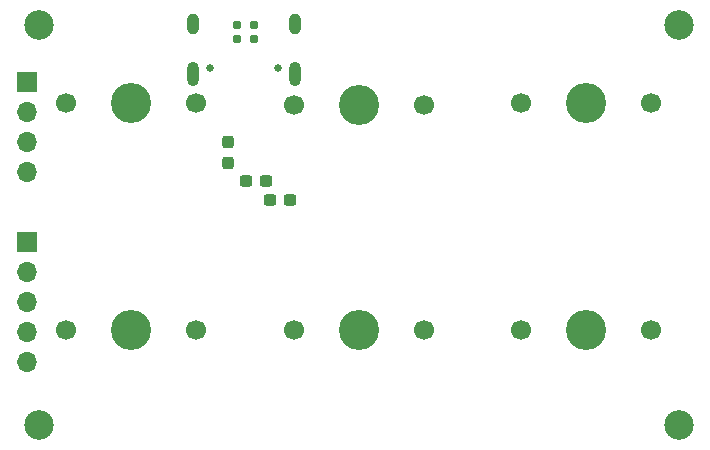
<source format=gts>
G04 #@! TF.GenerationSoftware,KiCad,Pcbnew,(7.0.0)*
G04 #@! TF.CreationDate,2023-09-09T12:15:39-05:00*
G04 #@! TF.ProjectId,6_key_macro_pad_V1,365f6b65-795f-46d6-9163-726f5f706164,rev?*
G04 #@! TF.SameCoordinates,Original*
G04 #@! TF.FileFunction,Soldermask,Top*
G04 #@! TF.FilePolarity,Negative*
%FSLAX46Y46*%
G04 Gerber Fmt 4.6, Leading zero omitted, Abs format (unit mm)*
G04 Created by KiCad (PCBNEW (7.0.0)) date 2023-09-09 12:15:39*
%MOMM*%
%LPD*%
G01*
G04 APERTURE LIST*
G04 Aperture macros list*
%AMRoundRect*
0 Rectangle with rounded corners*
0 $1 Rounding radius*
0 $2 $3 $4 $5 $6 $7 $8 $9 X,Y pos of 4 corners*
0 Add a 4 corners polygon primitive as box body*
4,1,4,$2,$3,$4,$5,$6,$7,$8,$9,$2,$3,0*
0 Add four circle primitives for the rounded corners*
1,1,$1+$1,$2,$3*
1,1,$1+$1,$4,$5*
1,1,$1+$1,$6,$7*
1,1,$1+$1,$8,$9*
0 Add four rect primitives between the rounded corners*
20,1,$1+$1,$2,$3,$4,$5,0*
20,1,$1+$1,$4,$5,$6,$7,0*
20,1,$1+$1,$6,$7,$8,$9,0*
20,1,$1+$1,$8,$9,$2,$3,0*%
G04 Aperture macros list end*
%ADD10RoundRect,0.237500X0.237500X-0.300000X0.237500X0.300000X-0.237500X0.300000X-0.237500X-0.300000X0*%
%ADD11C,1.700000*%
%ADD12C,3.400000*%
%ADD13RoundRect,0.237500X0.300000X0.237500X-0.300000X0.237500X-0.300000X-0.237500X0.300000X-0.237500X0*%
%ADD14RoundRect,0.237500X-0.300000X-0.237500X0.300000X-0.237500X0.300000X0.237500X-0.300000X0.237500X0*%
%ADD15RoundRect,0.160000X0.160000X-0.197500X0.160000X0.197500X-0.160000X0.197500X-0.160000X-0.197500X0*%
%ADD16C,2.500000*%
%ADD17R,1.700000X1.700000*%
%ADD18O,1.700000X1.700000*%
%ADD19C,0.650000*%
%ADD20O,1.000000X1.800000*%
%ADD21O,1.000000X2.100000*%
G04 APERTURE END LIST*
D10*
X175400000Y-84662500D03*
X175400000Y-82937500D03*
D11*
X181000000Y-98800000D03*
D12*
X186500000Y-98800000D03*
D11*
X192000000Y-98800000D03*
X200200000Y-98800000D03*
D12*
X205700000Y-98800000D03*
D11*
X211200000Y-98800000D03*
X161700000Y-98800000D03*
D12*
X167200000Y-98800000D03*
D11*
X172700000Y-98800000D03*
D13*
X180662500Y-87800000D03*
X178937500Y-87800000D03*
D11*
X181000000Y-79800000D03*
D12*
X186500000Y-79800000D03*
D11*
X192000000Y-79800000D03*
X161700000Y-79600000D03*
D12*
X167200000Y-79600000D03*
D11*
X172700000Y-79600000D03*
D14*
X176937500Y-86200000D03*
X178662500Y-86200000D03*
D15*
X177600000Y-74197500D03*
X177600000Y-73002500D03*
D11*
X200200000Y-79600000D03*
D12*
X205700000Y-79600000D03*
D11*
X211200000Y-79600000D03*
D15*
X176200000Y-74197500D03*
X176200000Y-73002500D03*
D16*
X213593585Y-73017444D03*
X159393585Y-106817444D03*
D17*
X158399999Y-77799999D03*
D18*
X158399999Y-80339999D03*
X158399999Y-82879999D03*
X158399999Y-85419999D03*
D19*
X173910000Y-76605000D03*
X179690000Y-76605000D03*
D20*
X172479999Y-72924999D03*
D21*
X172479999Y-77104999D03*
D20*
X181119999Y-72924999D03*
D21*
X181119999Y-77104999D03*
D16*
X213593585Y-106817444D03*
D17*
X158399999Y-91324999D03*
D18*
X158399999Y-93864999D03*
X158399999Y-96404999D03*
X158399999Y-98944999D03*
X158399999Y-101484999D03*
D16*
X159393585Y-73017444D03*
M02*

</source>
